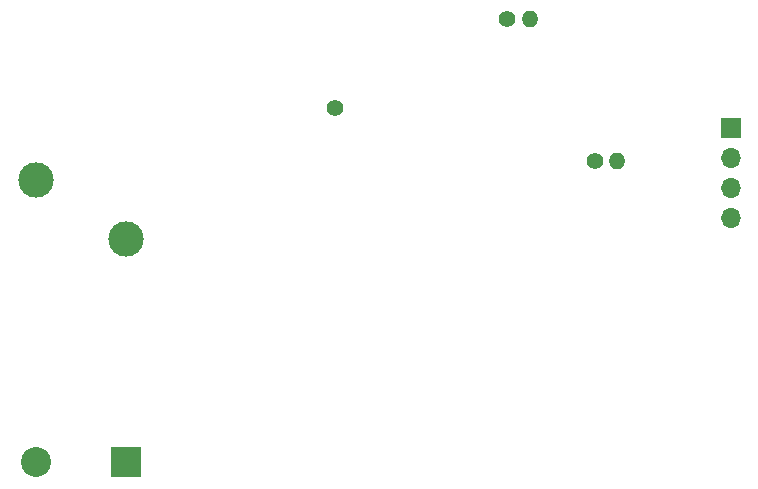
<source format=gbr>
%TF.GenerationSoftware,KiCad,Pcbnew,9.0.0*%
%TF.CreationDate,2025-04-09T12:13:31+05:30*%
%TF.ProjectId,iot-waterpump,696f742d-7761-4746-9572-70756d702e6b,rev?*%
%TF.SameCoordinates,Original*%
%TF.FileFunction,Soldermask,Bot*%
%TF.FilePolarity,Negative*%
%FSLAX46Y46*%
G04 Gerber Fmt 4.6, Leading zero omitted, Abs format (unit mm)*
G04 Created by KiCad (PCBNEW 9.0.0) date 2025-04-09 12:13:31*
%MOMM*%
%LPD*%
G01*
G04 APERTURE LIST*
%ADD10O,1.700000X1.700000*%
%ADD11R,1.700000X1.700000*%
%ADD12O,1.400000X1.400000*%
%ADD13C,1.400000*%
%ADD14C,2.540000*%
%ADD15R,2.540000X2.540000*%
%ADD16C,3.000000*%
G04 APERTURE END LIST*
D10*
%TO.C,U2*%
X229500000Y-102320000D03*
X229500000Y-99780000D03*
X229500000Y-97240000D03*
D11*
X229500000Y-94700000D03*
%TD*%
D12*
%TO.C,R3*%
X219900000Y-97500000D03*
D13*
X218000000Y-97500000D03*
%TD*%
D12*
%TO.C,R2*%
X212495000Y-85500000D03*
D13*
X210595000Y-85500000D03*
%TD*%
D14*
%TO.C,K1*%
X170680000Y-123000000D03*
D15*
X178300000Y-123000000D03*
D16*
X170680000Y-99060000D03*
X178300000Y-104100000D03*
%TD*%
D13*
%TO.C,J1*%
X196000000Y-93000000D03*
%TD*%
M02*

</source>
